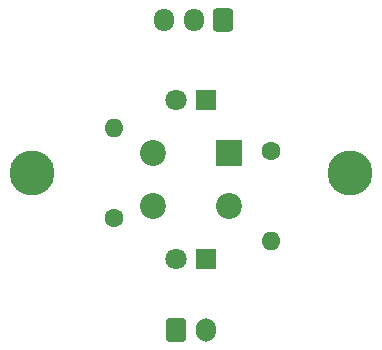
<source format=gbr>
%TF.GenerationSoftware,KiCad,Pcbnew,7.0.9*%
%TF.CreationDate,2024-03-13T22:22:47+01:00*%
%TF.ProjectId,KorryLargePCB,4b6f7272-794c-4617-9267-655043422e6b,rev?*%
%TF.SameCoordinates,Original*%
%TF.FileFunction,Soldermask,Bot*%
%TF.FilePolarity,Negative*%
%FSLAX46Y46*%
G04 Gerber Fmt 4.6, Leading zero omitted, Abs format (unit mm)*
G04 Created by KiCad (PCBNEW 7.0.9) date 2024-03-13 22:22:47*
%MOMM*%
%LPD*%
G01*
G04 APERTURE LIST*
G04 Aperture macros list*
%AMRoundRect*
0 Rectangle with rounded corners*
0 $1 Rounding radius*
0 $2 $3 $4 $5 $6 $7 $8 $9 X,Y pos of 4 corners*
0 Add a 4 corners polygon primitive as box body*
4,1,4,$2,$3,$4,$5,$6,$7,$8,$9,$2,$3,0*
0 Add four circle primitives for the rounded corners*
1,1,$1+$1,$2,$3*
1,1,$1+$1,$4,$5*
1,1,$1+$1,$6,$7*
1,1,$1+$1,$8,$9*
0 Add four rect primitives between the rounded corners*
20,1,$1+$1,$2,$3,$4,$5,0*
20,1,$1+$1,$4,$5,$6,$7,0*
20,1,$1+$1,$6,$7,$8,$9,0*
20,1,$1+$1,$8,$9,$2,$3,0*%
G04 Aperture macros list end*
%ADD10C,1.600000*%
%ADD11O,1.600000X1.600000*%
%ADD12RoundRect,0.250000X-0.600000X-0.750000X0.600000X-0.750000X0.600000X0.750000X-0.600000X0.750000X0*%
%ADD13O,1.700000X2.000000*%
%ADD14RoundRect,0.250000X0.600000X0.725000X-0.600000X0.725000X-0.600000X-0.725000X0.600000X-0.725000X0*%
%ADD15O,1.700000X1.950000*%
%ADD16C,2.600000*%
%ADD17C,3.800000*%
%ADD18R,2.200000X2.200000*%
%ADD19C,2.200000*%
%ADD20R,1.800000X1.800000*%
%ADD21C,1.800000*%
G04 APERTURE END LIST*
D10*
%TO.C,R1*%
X54500000Y-39810000D03*
D11*
X54500000Y-32190000D03*
%TD*%
D12*
%TO.C,J2*%
X59750000Y-49250000D03*
D13*
X62250000Y-49250000D03*
%TD*%
D14*
%TO.C,J1*%
X63750000Y-23000000D03*
D15*
X61250000Y-23000000D03*
X58750000Y-23000000D03*
%TD*%
D10*
%TO.C,R2*%
X67750000Y-34130000D03*
D11*
X67750000Y-41750000D03*
%TD*%
D16*
%TO.C,H2*%
X74500000Y-36000000D03*
D17*
X74500000Y-36000000D03*
%TD*%
D16*
%TO.C,H1*%
X47500000Y-36000000D03*
D17*
X47500000Y-36000000D03*
%TD*%
D18*
%TO.C,S1*%
X64250000Y-34250000D03*
D19*
X57750000Y-34250000D03*
X64250000Y-38750000D03*
X57750000Y-38750000D03*
%TD*%
D20*
%TO.C,D1*%
X62275000Y-29750000D03*
D21*
X59735000Y-29750000D03*
%TD*%
D20*
%TO.C,D2*%
X62250000Y-43250000D03*
D21*
X59710000Y-43250000D03*
%TD*%
M02*

</source>
